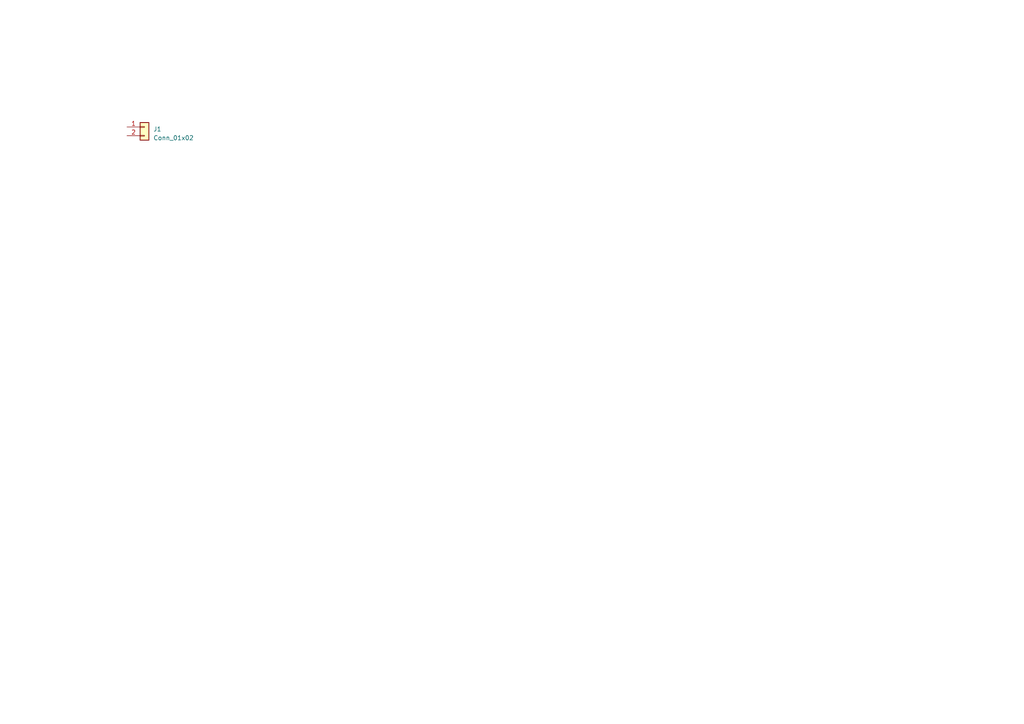
<source format=kicad_sch>
(kicad_sch (version 20230121) (generator eeschema)
  (paper "A4")
  (lib_symbols
    (symbol "Connector_Generic:Conn_01x02" (pin_names (offset 1.016) hide)
      (property "Reference" "J" (at 0 2.54 0))
      (property "Value" "Conn_01x02" (at 0 -5.08 0))
      (symbol "Conn_01x02_1_1"
        (rectangle (start -1.27 -2.413) (end 0 -2.667) (stroke (width 0.1524)))
        (rectangle (start -1.27 0.127) (end 0 -0.127) (stroke (width 0.1524)))
        (rectangle (start -1.27 1.27) (end 1.27 -3.81) (stroke (width 0.254)) (fill (type background)))
        (pin passive line (at -5.08 0 0) (length 3.81) (name "Pin_1") (number "1"))
        (pin passive line (at -5.08 -2.54 0) (length 3.81) (name "Pin_2") (number "2"))
      )
    )
  )
  (symbol (lib_id "Connector_Generic:Conn_01x02") (at 41.91 36.83 0) (unit 1)
    (property "Reference" "J1" (at 44.45 37.465 0) (effects (justify left)))
    (property "Value" "Conn_01x02" (at 44.45 40.005 0) (effects (justify left)))
    (property "Footprint" "Connector_JST:JST_PH_S2B-PH-SM4-TB_1x02-1MP_P2.00mm_Horizontal" (effects hide))
    (instances (project "hardware" (path "" (reference "J1") (unit 1)) (path "" (reference "J2") (unit 1)) (path "" (reference "J3") (unit 1)) (path "" (reference "J4") (unit 1)) (path "" (reference "J2") (unit 1))))
  )
)
</source>
